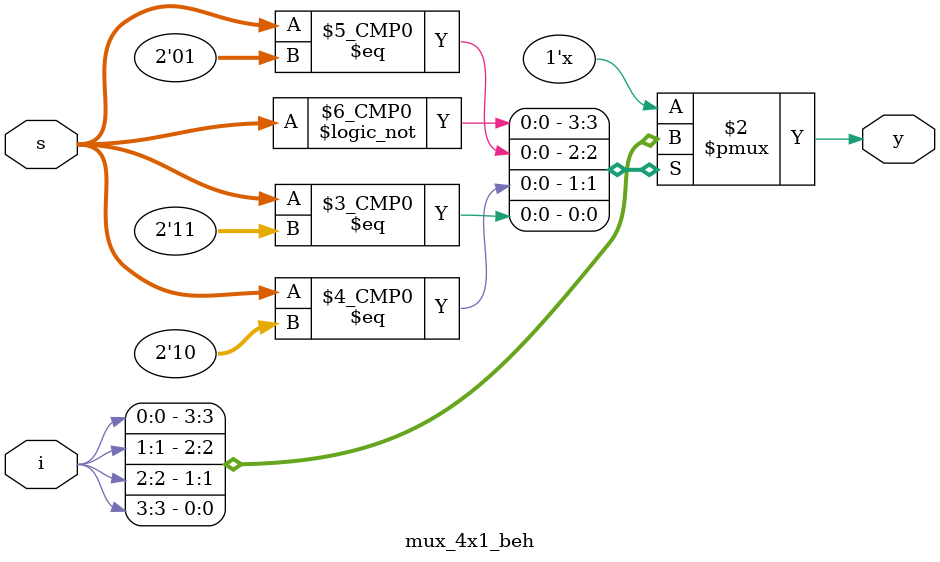
<source format=v>
`timescale 1ns / 1ps

module mux_4x1_beh(y,s,i);
 
 input[3:0] i;
 input[1:0] s;
 output reg y;

always@(s,i) 
 case(s)
	2'b00: y=i[0];
	2'b01: y=i[1];
	2'b10: y=i[2];
	2'b11: y=i[3];
 endcase
 
endmodule

</source>
